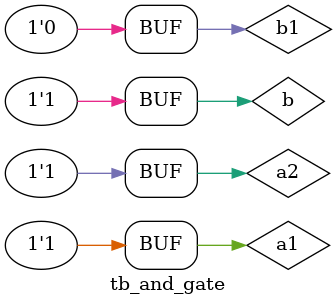
<source format=v>
module tb_and_gate;
	reg a1, a2, a3;
	wire b, b1;
	nand g(b1, a1, a2);
	nand g(b, b1, b1);
	initial begin
		$monitor("%b %b = %b", a1, a2, b);
		a1 = 0; a2 = 0;
		#5 a1 = 0; a2 = 1;
		#5 a1 = 1; a2 = 0;
		#5 a1 = 1; a2 = 1;	
	end
endmodule
		
		
</source>
